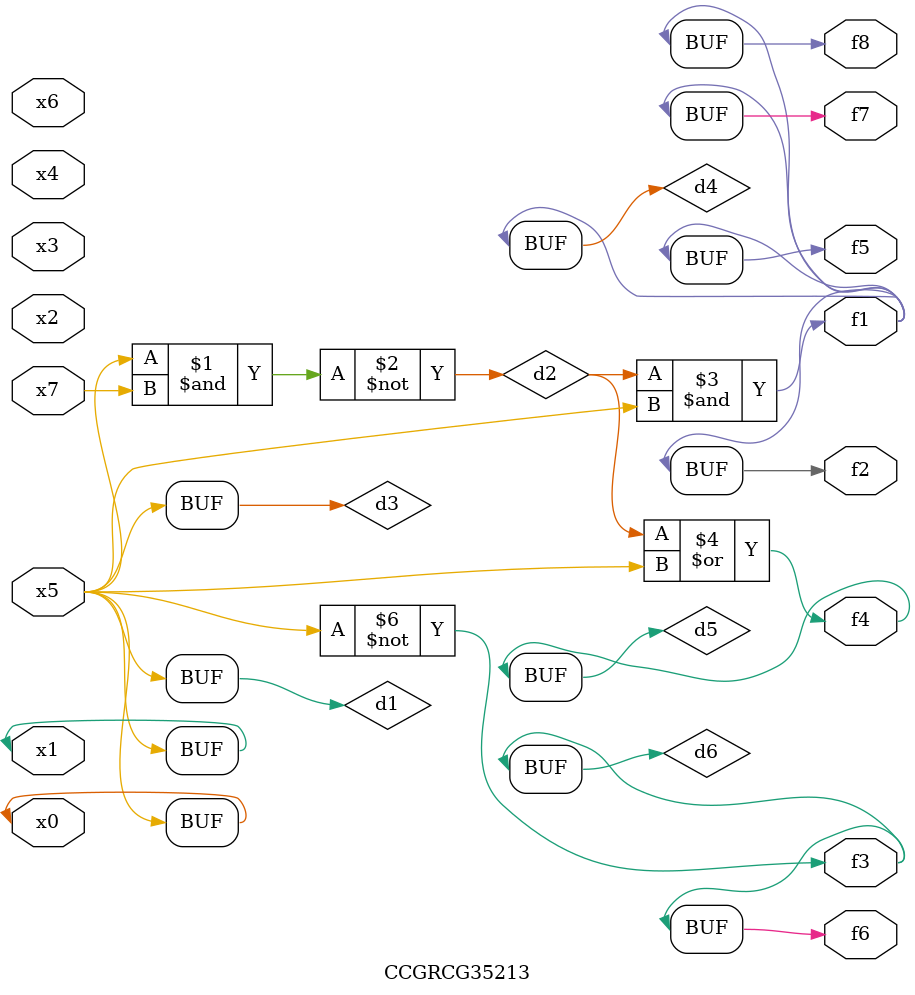
<source format=v>
module CCGRCG35213(
	input x0, x1, x2, x3, x4, x5, x6, x7,
	output f1, f2, f3, f4, f5, f6, f7, f8
);

	wire d1, d2, d3, d4, d5, d6;

	buf (d1, x0, x5);
	nand (d2, x5, x7);
	buf (d3, x0, x1);
	and (d4, d2, d3);
	or (d5, d2, d3);
	nor (d6, d1, d3);
	assign f1 = d4;
	assign f2 = d4;
	assign f3 = d6;
	assign f4 = d5;
	assign f5 = d4;
	assign f6 = d6;
	assign f7 = d4;
	assign f8 = d4;
endmodule

</source>
